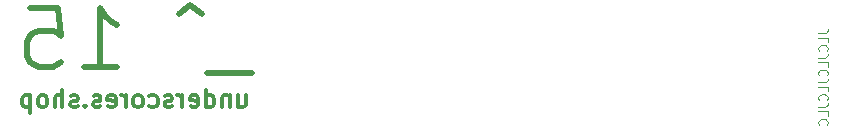
<source format=gbr>
%TF.GenerationSoftware,KiCad,Pcbnew,7.0.9*%
%TF.CreationDate,2024-07-05T12:55:43+10:00*%
%TF.ProjectId,ethernet_led_controller,65746865-726e-4657-945f-6c65645f636f,v1_1_0*%
%TF.SameCoordinates,Original*%
%TF.FileFunction,Legend,Bot*%
%TF.FilePolarity,Positive*%
%FSLAX46Y46*%
G04 Gerber Fmt 4.6, Leading zero omitted, Abs format (unit mm)*
G04 Created by KiCad (PCBNEW 7.0.9) date 2024-07-05 12:55:43*
%MOMM*%
%LPD*%
G01*
G04 APERTURE LIST*
%ADD10C,0.500000*%
%ADD11C,0.040000*%
%ADD12C,0.300000*%
G04 APERTURE END LIST*
D10*
X137600000Y-70563285D02*
X133790476Y-70563285D01*
X133314285Y-65563285D02*
X132361904Y-64849000D01*
X132361904Y-64849000D02*
X131409523Y-65563285D01*
X123314285Y-70087095D02*
X126171428Y-70087095D01*
X124742856Y-70087095D02*
X124742856Y-65087095D01*
X124742856Y-65087095D02*
X125219047Y-65801380D01*
X125219047Y-65801380D02*
X125695237Y-66277571D01*
X125695237Y-66277571D02*
X126171428Y-66515666D01*
X118790475Y-65087095D02*
X121171427Y-65087095D01*
X121171427Y-65087095D02*
X121409523Y-67468047D01*
X121409523Y-67468047D02*
X121171427Y-67229952D01*
X121171427Y-67229952D02*
X120695237Y-66991857D01*
X120695237Y-66991857D02*
X119504761Y-66991857D01*
X119504761Y-66991857D02*
X119028570Y-67229952D01*
X119028570Y-67229952D02*
X118790475Y-67468047D01*
X118790475Y-67468047D02*
X118552380Y-67944238D01*
X118552380Y-67944238D02*
X118552380Y-69134714D01*
X118552380Y-69134714D02*
X118790475Y-69610904D01*
X118790475Y-69610904D02*
X119028570Y-69849000D01*
X119028570Y-69849000D02*
X119504761Y-70087095D01*
X119504761Y-70087095D02*
X120695237Y-70087095D01*
X120695237Y-70087095D02*
X121171427Y-69849000D01*
X121171427Y-69849000D02*
X121409523Y-69610904D01*
D11*
X185521641Y-67198571D02*
X186100212Y-67198571D01*
X186100212Y-67198571D02*
X186215927Y-67160000D01*
X186215927Y-67160000D02*
X186293070Y-67082857D01*
X186293070Y-67082857D02*
X186331641Y-66967143D01*
X186331641Y-66967143D02*
X186331641Y-66890000D01*
X186331641Y-67970000D02*
X186331641Y-67584286D01*
X186331641Y-67584286D02*
X185521641Y-67584286D01*
X186254498Y-68702857D02*
X186293070Y-68664285D01*
X186293070Y-68664285D02*
X186331641Y-68548571D01*
X186331641Y-68548571D02*
X186331641Y-68471428D01*
X186331641Y-68471428D02*
X186293070Y-68355714D01*
X186293070Y-68355714D02*
X186215927Y-68278571D01*
X186215927Y-68278571D02*
X186138784Y-68240000D01*
X186138784Y-68240000D02*
X185984498Y-68201428D01*
X185984498Y-68201428D02*
X185868784Y-68201428D01*
X185868784Y-68201428D02*
X185714498Y-68240000D01*
X185714498Y-68240000D02*
X185637355Y-68278571D01*
X185637355Y-68278571D02*
X185560212Y-68355714D01*
X185560212Y-68355714D02*
X185521641Y-68471428D01*
X185521641Y-68471428D02*
X185521641Y-68548571D01*
X185521641Y-68548571D02*
X185560212Y-68664285D01*
X185560212Y-68664285D02*
X185598784Y-68702857D01*
X185521641Y-69281428D02*
X186100212Y-69281428D01*
X186100212Y-69281428D02*
X186215927Y-69242857D01*
X186215927Y-69242857D02*
X186293070Y-69165714D01*
X186293070Y-69165714D02*
X186331641Y-69050000D01*
X186331641Y-69050000D02*
X186331641Y-68972857D01*
X186331641Y-70052857D02*
X186331641Y-69667143D01*
X186331641Y-69667143D02*
X185521641Y-69667143D01*
X186254498Y-70785714D02*
X186293070Y-70747142D01*
X186293070Y-70747142D02*
X186331641Y-70631428D01*
X186331641Y-70631428D02*
X186331641Y-70554285D01*
X186331641Y-70554285D02*
X186293070Y-70438571D01*
X186293070Y-70438571D02*
X186215927Y-70361428D01*
X186215927Y-70361428D02*
X186138784Y-70322857D01*
X186138784Y-70322857D02*
X185984498Y-70284285D01*
X185984498Y-70284285D02*
X185868784Y-70284285D01*
X185868784Y-70284285D02*
X185714498Y-70322857D01*
X185714498Y-70322857D02*
X185637355Y-70361428D01*
X185637355Y-70361428D02*
X185560212Y-70438571D01*
X185560212Y-70438571D02*
X185521641Y-70554285D01*
X185521641Y-70554285D02*
X185521641Y-70631428D01*
X185521641Y-70631428D02*
X185560212Y-70747142D01*
X185560212Y-70747142D02*
X185598784Y-70785714D01*
X185521641Y-71364285D02*
X186100212Y-71364285D01*
X186100212Y-71364285D02*
X186215927Y-71325714D01*
X186215927Y-71325714D02*
X186293070Y-71248571D01*
X186293070Y-71248571D02*
X186331641Y-71132857D01*
X186331641Y-71132857D02*
X186331641Y-71055714D01*
X186331641Y-72135714D02*
X186331641Y-71750000D01*
X186331641Y-71750000D02*
X185521641Y-71750000D01*
X186254498Y-72868571D02*
X186293070Y-72829999D01*
X186293070Y-72829999D02*
X186331641Y-72714285D01*
X186331641Y-72714285D02*
X186331641Y-72637142D01*
X186331641Y-72637142D02*
X186293070Y-72521428D01*
X186293070Y-72521428D02*
X186215927Y-72444285D01*
X186215927Y-72444285D02*
X186138784Y-72405714D01*
X186138784Y-72405714D02*
X185984498Y-72367142D01*
X185984498Y-72367142D02*
X185868784Y-72367142D01*
X185868784Y-72367142D02*
X185714498Y-72405714D01*
X185714498Y-72405714D02*
X185637355Y-72444285D01*
X185637355Y-72444285D02*
X185560212Y-72521428D01*
X185560212Y-72521428D02*
X185521641Y-72637142D01*
X185521641Y-72637142D02*
X185521641Y-72714285D01*
X185521641Y-72714285D02*
X185560212Y-72829999D01*
X185560212Y-72829999D02*
X185598784Y-72868571D01*
X185521641Y-73447142D02*
X186100212Y-73447142D01*
X186100212Y-73447142D02*
X186215927Y-73408571D01*
X186215927Y-73408571D02*
X186293070Y-73331428D01*
X186293070Y-73331428D02*
X186331641Y-73215714D01*
X186331641Y-73215714D02*
X186331641Y-73138571D01*
X186331641Y-74218571D02*
X186331641Y-73832857D01*
X186331641Y-73832857D02*
X185521641Y-73832857D01*
X186254498Y-74951428D02*
X186293070Y-74912856D01*
X186293070Y-74912856D02*
X186331641Y-74797142D01*
X186331641Y-74797142D02*
X186331641Y-74719999D01*
X186331641Y-74719999D02*
X186293070Y-74604285D01*
X186293070Y-74604285D02*
X186215927Y-74527142D01*
X186215927Y-74527142D02*
X186138784Y-74488571D01*
X186138784Y-74488571D02*
X185984498Y-74449999D01*
X185984498Y-74449999D02*
X185868784Y-74449999D01*
X185868784Y-74449999D02*
X185714498Y-74488571D01*
X185714498Y-74488571D02*
X185637355Y-74527142D01*
X185637355Y-74527142D02*
X185560212Y-74604285D01*
X185560212Y-74604285D02*
X185521641Y-74719999D01*
X185521641Y-74719999D02*
X185521641Y-74797142D01*
X185521641Y-74797142D02*
X185560212Y-74912856D01*
X185560212Y-74912856D02*
X185598784Y-74951428D01*
D12*
X136385714Y-72478328D02*
X136385714Y-73478328D01*
X137028571Y-72478328D02*
X137028571Y-73264042D01*
X137028571Y-73264042D02*
X136957142Y-73406900D01*
X136957142Y-73406900D02*
X136814285Y-73478328D01*
X136814285Y-73478328D02*
X136599999Y-73478328D01*
X136599999Y-73478328D02*
X136457142Y-73406900D01*
X136457142Y-73406900D02*
X136385714Y-73335471D01*
X135671428Y-72478328D02*
X135671428Y-73478328D01*
X135671428Y-72621185D02*
X135599999Y-72549757D01*
X135599999Y-72549757D02*
X135457142Y-72478328D01*
X135457142Y-72478328D02*
X135242856Y-72478328D01*
X135242856Y-72478328D02*
X135099999Y-72549757D01*
X135099999Y-72549757D02*
X135028571Y-72692614D01*
X135028571Y-72692614D02*
X135028571Y-73478328D01*
X133671428Y-73478328D02*
X133671428Y-71978328D01*
X133671428Y-73406900D02*
X133814285Y-73478328D01*
X133814285Y-73478328D02*
X134099999Y-73478328D01*
X134099999Y-73478328D02*
X134242856Y-73406900D01*
X134242856Y-73406900D02*
X134314285Y-73335471D01*
X134314285Y-73335471D02*
X134385713Y-73192614D01*
X134385713Y-73192614D02*
X134385713Y-72764042D01*
X134385713Y-72764042D02*
X134314285Y-72621185D01*
X134314285Y-72621185D02*
X134242856Y-72549757D01*
X134242856Y-72549757D02*
X134099999Y-72478328D01*
X134099999Y-72478328D02*
X133814285Y-72478328D01*
X133814285Y-72478328D02*
X133671428Y-72549757D01*
X132385713Y-73406900D02*
X132528570Y-73478328D01*
X132528570Y-73478328D02*
X132814285Y-73478328D01*
X132814285Y-73478328D02*
X132957142Y-73406900D01*
X132957142Y-73406900D02*
X133028570Y-73264042D01*
X133028570Y-73264042D02*
X133028570Y-72692614D01*
X133028570Y-72692614D02*
X132957142Y-72549757D01*
X132957142Y-72549757D02*
X132814285Y-72478328D01*
X132814285Y-72478328D02*
X132528570Y-72478328D01*
X132528570Y-72478328D02*
X132385713Y-72549757D01*
X132385713Y-72549757D02*
X132314285Y-72692614D01*
X132314285Y-72692614D02*
X132314285Y-72835471D01*
X132314285Y-72835471D02*
X133028570Y-72978328D01*
X131671428Y-73478328D02*
X131671428Y-72478328D01*
X131671428Y-72764042D02*
X131599999Y-72621185D01*
X131599999Y-72621185D02*
X131528571Y-72549757D01*
X131528571Y-72549757D02*
X131385713Y-72478328D01*
X131385713Y-72478328D02*
X131242856Y-72478328D01*
X130814285Y-73406900D02*
X130671428Y-73478328D01*
X130671428Y-73478328D02*
X130385714Y-73478328D01*
X130385714Y-73478328D02*
X130242857Y-73406900D01*
X130242857Y-73406900D02*
X130171428Y-73264042D01*
X130171428Y-73264042D02*
X130171428Y-73192614D01*
X130171428Y-73192614D02*
X130242857Y-73049757D01*
X130242857Y-73049757D02*
X130385714Y-72978328D01*
X130385714Y-72978328D02*
X130600000Y-72978328D01*
X130600000Y-72978328D02*
X130742857Y-72906900D01*
X130742857Y-72906900D02*
X130814285Y-72764042D01*
X130814285Y-72764042D02*
X130814285Y-72692614D01*
X130814285Y-72692614D02*
X130742857Y-72549757D01*
X130742857Y-72549757D02*
X130600000Y-72478328D01*
X130600000Y-72478328D02*
X130385714Y-72478328D01*
X130385714Y-72478328D02*
X130242857Y-72549757D01*
X128885714Y-73406900D02*
X129028571Y-73478328D01*
X129028571Y-73478328D02*
X129314285Y-73478328D01*
X129314285Y-73478328D02*
X129457142Y-73406900D01*
X129457142Y-73406900D02*
X129528571Y-73335471D01*
X129528571Y-73335471D02*
X129599999Y-73192614D01*
X129599999Y-73192614D02*
X129599999Y-72764042D01*
X129599999Y-72764042D02*
X129528571Y-72621185D01*
X129528571Y-72621185D02*
X129457142Y-72549757D01*
X129457142Y-72549757D02*
X129314285Y-72478328D01*
X129314285Y-72478328D02*
X129028571Y-72478328D01*
X129028571Y-72478328D02*
X128885714Y-72549757D01*
X128028571Y-73478328D02*
X128171428Y-73406900D01*
X128171428Y-73406900D02*
X128242857Y-73335471D01*
X128242857Y-73335471D02*
X128314285Y-73192614D01*
X128314285Y-73192614D02*
X128314285Y-72764042D01*
X128314285Y-72764042D02*
X128242857Y-72621185D01*
X128242857Y-72621185D02*
X128171428Y-72549757D01*
X128171428Y-72549757D02*
X128028571Y-72478328D01*
X128028571Y-72478328D02*
X127814285Y-72478328D01*
X127814285Y-72478328D02*
X127671428Y-72549757D01*
X127671428Y-72549757D02*
X127600000Y-72621185D01*
X127600000Y-72621185D02*
X127528571Y-72764042D01*
X127528571Y-72764042D02*
X127528571Y-73192614D01*
X127528571Y-73192614D02*
X127600000Y-73335471D01*
X127600000Y-73335471D02*
X127671428Y-73406900D01*
X127671428Y-73406900D02*
X127814285Y-73478328D01*
X127814285Y-73478328D02*
X128028571Y-73478328D01*
X126885714Y-73478328D02*
X126885714Y-72478328D01*
X126885714Y-72764042D02*
X126814285Y-72621185D01*
X126814285Y-72621185D02*
X126742857Y-72549757D01*
X126742857Y-72549757D02*
X126599999Y-72478328D01*
X126599999Y-72478328D02*
X126457142Y-72478328D01*
X125385714Y-73406900D02*
X125528571Y-73478328D01*
X125528571Y-73478328D02*
X125814286Y-73478328D01*
X125814286Y-73478328D02*
X125957143Y-73406900D01*
X125957143Y-73406900D02*
X126028571Y-73264042D01*
X126028571Y-73264042D02*
X126028571Y-72692614D01*
X126028571Y-72692614D02*
X125957143Y-72549757D01*
X125957143Y-72549757D02*
X125814286Y-72478328D01*
X125814286Y-72478328D02*
X125528571Y-72478328D01*
X125528571Y-72478328D02*
X125385714Y-72549757D01*
X125385714Y-72549757D02*
X125314286Y-72692614D01*
X125314286Y-72692614D02*
X125314286Y-72835471D01*
X125314286Y-72835471D02*
X126028571Y-72978328D01*
X124742857Y-73406900D02*
X124600000Y-73478328D01*
X124600000Y-73478328D02*
X124314286Y-73478328D01*
X124314286Y-73478328D02*
X124171429Y-73406900D01*
X124171429Y-73406900D02*
X124100000Y-73264042D01*
X124100000Y-73264042D02*
X124100000Y-73192614D01*
X124100000Y-73192614D02*
X124171429Y-73049757D01*
X124171429Y-73049757D02*
X124314286Y-72978328D01*
X124314286Y-72978328D02*
X124528572Y-72978328D01*
X124528572Y-72978328D02*
X124671429Y-72906900D01*
X124671429Y-72906900D02*
X124742857Y-72764042D01*
X124742857Y-72764042D02*
X124742857Y-72692614D01*
X124742857Y-72692614D02*
X124671429Y-72549757D01*
X124671429Y-72549757D02*
X124528572Y-72478328D01*
X124528572Y-72478328D02*
X124314286Y-72478328D01*
X124314286Y-72478328D02*
X124171429Y-72549757D01*
X123457143Y-73335471D02*
X123385714Y-73406900D01*
X123385714Y-73406900D02*
X123457143Y-73478328D01*
X123457143Y-73478328D02*
X123528571Y-73406900D01*
X123528571Y-73406900D02*
X123457143Y-73335471D01*
X123457143Y-73335471D02*
X123457143Y-73478328D01*
X122814285Y-73406900D02*
X122671428Y-73478328D01*
X122671428Y-73478328D02*
X122385714Y-73478328D01*
X122385714Y-73478328D02*
X122242857Y-73406900D01*
X122242857Y-73406900D02*
X122171428Y-73264042D01*
X122171428Y-73264042D02*
X122171428Y-73192614D01*
X122171428Y-73192614D02*
X122242857Y-73049757D01*
X122242857Y-73049757D02*
X122385714Y-72978328D01*
X122385714Y-72978328D02*
X122600000Y-72978328D01*
X122600000Y-72978328D02*
X122742857Y-72906900D01*
X122742857Y-72906900D02*
X122814285Y-72764042D01*
X122814285Y-72764042D02*
X122814285Y-72692614D01*
X122814285Y-72692614D02*
X122742857Y-72549757D01*
X122742857Y-72549757D02*
X122600000Y-72478328D01*
X122600000Y-72478328D02*
X122385714Y-72478328D01*
X122385714Y-72478328D02*
X122242857Y-72549757D01*
X121528571Y-73478328D02*
X121528571Y-71978328D01*
X120885714Y-73478328D02*
X120885714Y-72692614D01*
X120885714Y-72692614D02*
X120957142Y-72549757D01*
X120957142Y-72549757D02*
X121099999Y-72478328D01*
X121099999Y-72478328D02*
X121314285Y-72478328D01*
X121314285Y-72478328D02*
X121457142Y-72549757D01*
X121457142Y-72549757D02*
X121528571Y-72621185D01*
X119957142Y-73478328D02*
X120099999Y-73406900D01*
X120099999Y-73406900D02*
X120171428Y-73335471D01*
X120171428Y-73335471D02*
X120242856Y-73192614D01*
X120242856Y-73192614D02*
X120242856Y-72764042D01*
X120242856Y-72764042D02*
X120171428Y-72621185D01*
X120171428Y-72621185D02*
X120099999Y-72549757D01*
X120099999Y-72549757D02*
X119957142Y-72478328D01*
X119957142Y-72478328D02*
X119742856Y-72478328D01*
X119742856Y-72478328D02*
X119599999Y-72549757D01*
X119599999Y-72549757D02*
X119528571Y-72621185D01*
X119528571Y-72621185D02*
X119457142Y-72764042D01*
X119457142Y-72764042D02*
X119457142Y-73192614D01*
X119457142Y-73192614D02*
X119528571Y-73335471D01*
X119528571Y-73335471D02*
X119599999Y-73406900D01*
X119599999Y-73406900D02*
X119742856Y-73478328D01*
X119742856Y-73478328D02*
X119957142Y-73478328D01*
X118814285Y-72478328D02*
X118814285Y-73978328D01*
X118814285Y-72549757D02*
X118671428Y-72478328D01*
X118671428Y-72478328D02*
X118385713Y-72478328D01*
X118385713Y-72478328D02*
X118242856Y-72549757D01*
X118242856Y-72549757D02*
X118171428Y-72621185D01*
X118171428Y-72621185D02*
X118099999Y-72764042D01*
X118099999Y-72764042D02*
X118099999Y-73192614D01*
X118099999Y-73192614D02*
X118171428Y-73335471D01*
X118171428Y-73335471D02*
X118242856Y-73406900D01*
X118242856Y-73406900D02*
X118385713Y-73478328D01*
X118385713Y-73478328D02*
X118671428Y-73478328D01*
X118671428Y-73478328D02*
X118814285Y-73406900D01*
M02*

</source>
